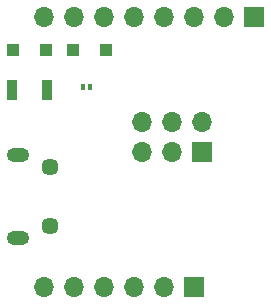
<source format=gbr>
G04 #@! TF.FileFunction,Soldermask,Bot*
%FSLAX46Y46*%
G04 Gerber Fmt 4.6, Leading zero omitted, Abs format (unit mm)*
G04 Created by KiCad (PCBNEW 4.0.7) date 08/21/18 22:00:11*
%MOMM*%
%LPD*%
G01*
G04 APERTURE LIST*
%ADD10C,0.100000*%
%ADD11R,0.400000X0.600000*%
%ADD12R,1.700000X1.700000*%
%ADD13O,1.700000X1.700000*%
%ADD14R,1.100000X1.100000*%
%ADD15R,0.900000X1.700000*%
%ADD16C,1.450000*%
%ADD17O,1.900000X1.200000*%
G04 APERTURE END LIST*
D10*
D11*
X149906000Y-93599000D03*
X149306000Y-93599000D03*
D12*
X159385000Y-99060000D03*
D13*
X159385000Y-96520000D03*
X156845000Y-99060000D03*
X156845000Y-96520000D03*
X154305000Y-99060000D03*
X154305000Y-96520000D03*
D14*
X146180000Y-90424000D03*
X143380000Y-90424000D03*
X148460000Y-90424000D03*
X151260000Y-90424000D03*
D15*
X146230000Y-93853000D03*
X143330000Y-93853000D03*
D12*
X158750000Y-110490000D03*
D13*
X156210000Y-110490000D03*
X153670000Y-110490000D03*
X151130000Y-110490000D03*
X148590000Y-110490000D03*
X146050000Y-110490000D03*
D12*
X163830000Y-87630000D03*
D13*
X161290000Y-87630000D03*
X158750000Y-87630000D03*
X156210000Y-87630000D03*
X153670000Y-87630000D03*
X151130000Y-87630000D03*
X148590000Y-87630000D03*
X146050000Y-87630000D03*
D16*
X146495000Y-100370000D03*
X146495000Y-105370000D03*
D17*
X143795000Y-99370000D03*
X143795000Y-106370000D03*
M02*

</source>
